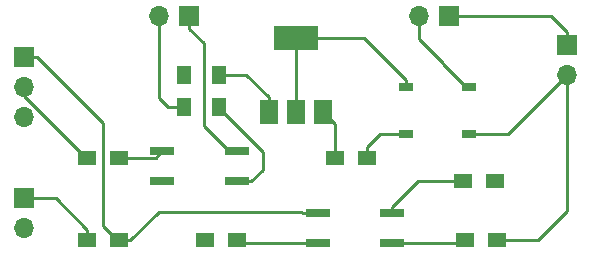
<source format=gbr>
G04 #@! TF.FileFunction,Copper,L1,Top,Signal*
%FSLAX46Y46*%
G04 Gerber Fmt 4.6, Leading zero omitted, Abs format (unit mm)*
G04 Created by KiCad (PCBNEW 4.0.7) date 05/01/18 03:54:15*
%MOMM*%
%LPD*%
G01*
G04 APERTURE LIST*
%ADD10C,0.100000*%
%ADD11R,1.200000X0.700000*%
%ADD12R,1.700000X1.700000*%
%ADD13O,1.700000X1.700000*%
%ADD14R,3.800000X2.000000*%
%ADD15R,1.500000X2.000000*%
%ADD16R,1.500000X1.300000*%
%ADD17R,1.300000X1.500000*%
%ADD18R,2.000000X0.640000*%
%ADD19C,0.600000*%
%ADD20C,0.250000*%
G04 APERTURE END LIST*
D10*
D11*
X166300000Y-99000000D03*
X166300000Y-103000000D03*
X171700000Y-103000000D03*
X171700000Y-99000000D03*
D12*
X170000000Y-93000000D03*
D13*
X167460000Y-93000000D03*
D12*
X180000000Y-95460000D03*
D13*
X180000000Y-98000000D03*
D12*
X148000000Y-93000000D03*
D13*
X145460000Y-93000000D03*
D12*
X134000000Y-96460000D03*
D13*
X134000000Y-99000000D03*
X134000000Y-101540000D03*
D12*
X134000000Y-108460000D03*
D13*
X134000000Y-111000000D03*
D14*
X157000000Y-94850000D03*
D15*
X157000000Y-101150000D03*
X159300000Y-101150000D03*
X154700000Y-101150000D03*
D16*
X149300000Y-112000000D03*
X152000000Y-112000000D03*
X174000000Y-112000000D03*
X171300000Y-112000000D03*
X142000000Y-112000000D03*
X139300000Y-112000000D03*
X173850000Y-107000000D03*
X171150000Y-107000000D03*
X142000000Y-105000000D03*
X139300000Y-105000000D03*
D17*
X150500000Y-98000000D03*
X150500000Y-100700000D03*
X147500000Y-100700000D03*
X147500000Y-98000000D03*
D16*
X160300000Y-105000000D03*
X163000000Y-105000000D03*
D18*
X165150000Y-112270000D03*
X165150000Y-109730000D03*
X158850000Y-109730000D03*
X158850000Y-112270000D03*
X145700000Y-104460000D03*
X145700000Y-107000000D03*
X152000000Y-107000000D03*
X152000000Y-104460000D03*
D19*
X163000000Y-105000000D03*
X147500000Y-100700000D03*
X145700000Y-107000000D03*
X149300000Y-112000000D03*
X150500000Y-98000000D03*
X147500000Y-98000000D03*
X173850000Y-107000000D03*
D20*
X157000000Y-101150000D02*
X157000000Y-99900000D01*
X157000000Y-99900000D02*
X157000000Y-94850000D01*
X166300000Y-99000000D02*
X166300000Y-98400000D01*
X166300000Y-98400000D02*
X162750000Y-94850000D01*
X162750000Y-94850000D02*
X159150000Y-94850000D01*
X159150000Y-94850000D02*
X157000000Y-94850000D01*
X169500000Y-97000000D02*
X169500000Y-97050000D01*
X169500000Y-97050000D02*
X171450000Y-99000000D01*
X171450000Y-99000000D02*
X171700000Y-99000000D01*
X167460000Y-94960000D02*
X169500000Y-97000000D01*
X167460000Y-93000000D02*
X167460000Y-94960000D01*
X149200000Y-95300000D02*
X149200000Y-102340000D01*
X149200000Y-102340000D02*
X151320000Y-104460000D01*
X151320000Y-104460000D02*
X152000000Y-104460000D01*
X148000000Y-93000000D02*
X148000000Y-94100000D01*
X148000000Y-94100000D02*
X149200000Y-95300000D01*
X166300000Y-103000000D02*
X164100000Y-103000000D01*
X164100000Y-103000000D02*
X163000000Y-104100000D01*
X163000000Y-104100000D02*
X163000000Y-105000000D01*
X145460000Y-99960000D02*
X146200000Y-100700000D01*
X146200000Y-100700000D02*
X147500000Y-100700000D01*
X145460000Y-93000000D02*
X145460000Y-99960000D01*
X142000000Y-112000000D02*
X141900000Y-112000000D01*
X141900000Y-112000000D02*
X140700000Y-110800000D01*
X140700000Y-102060000D02*
X135100000Y-96460000D01*
X140700000Y-110800000D02*
X140700000Y-102060000D01*
X135100000Y-96460000D02*
X134000000Y-96460000D01*
X157470000Y-109600000D02*
X145400000Y-109600000D01*
X145400000Y-109600000D02*
X143000000Y-112000000D01*
X143000000Y-112000000D02*
X142000000Y-112000000D01*
X158850000Y-109730000D02*
X157600000Y-109730000D01*
X157600000Y-109730000D02*
X157470000Y-109600000D01*
X139300000Y-105000000D02*
X139200000Y-105000000D01*
X139200000Y-105000000D02*
X134000000Y-99800000D01*
X134000000Y-99800000D02*
X134000000Y-99000000D01*
X139300000Y-112000000D02*
X139300000Y-111100000D01*
X139300000Y-111100000D02*
X136660000Y-108460000D01*
X136660000Y-108460000D02*
X135100000Y-108460000D01*
X135100000Y-108460000D02*
X134000000Y-108460000D01*
X160300000Y-105000000D02*
X160300000Y-102150000D01*
X160300000Y-102150000D02*
X159300000Y-101150000D01*
X154700000Y-101150000D02*
X154700000Y-99900000D01*
X151400000Y-98000000D02*
X150500000Y-98000000D01*
X154700000Y-99900000D02*
X152800000Y-98000000D01*
X152800000Y-98000000D02*
X151400000Y-98000000D01*
X158850000Y-112270000D02*
X152270000Y-112270000D01*
X152270000Y-112270000D02*
X152000000Y-112000000D01*
X165150000Y-112270000D02*
X171030000Y-112270000D01*
X171030000Y-112270000D02*
X171300000Y-112000000D01*
X171150000Y-107000000D02*
X167310000Y-107000000D01*
X167310000Y-107000000D02*
X165150000Y-109160000D01*
X165150000Y-109160000D02*
X165150000Y-109730000D01*
X142000000Y-105000000D02*
X145160000Y-105000000D01*
X145160000Y-105000000D02*
X145700000Y-104460000D01*
X154200000Y-106050000D02*
X154200000Y-104500000D01*
X154200000Y-104500000D02*
X150500000Y-100800000D01*
X150500000Y-100800000D02*
X150500000Y-100700000D01*
X152000000Y-107000000D02*
X153250000Y-107000000D01*
X153250000Y-107000000D02*
X154200000Y-106050000D01*
X180000000Y-109500000D02*
X177500000Y-112000000D01*
X177500000Y-112000000D02*
X174000000Y-112000000D01*
X180000000Y-98000000D02*
X180000000Y-109500000D01*
X180000000Y-98000000D02*
X175000000Y-103000000D01*
X175000000Y-103000000D02*
X171700000Y-103000000D01*
X180000000Y-95460000D02*
X180000000Y-94360000D01*
X180000000Y-94360000D02*
X178640000Y-93000000D01*
X178640000Y-93000000D02*
X170000000Y-93000000D01*
M02*

</source>
